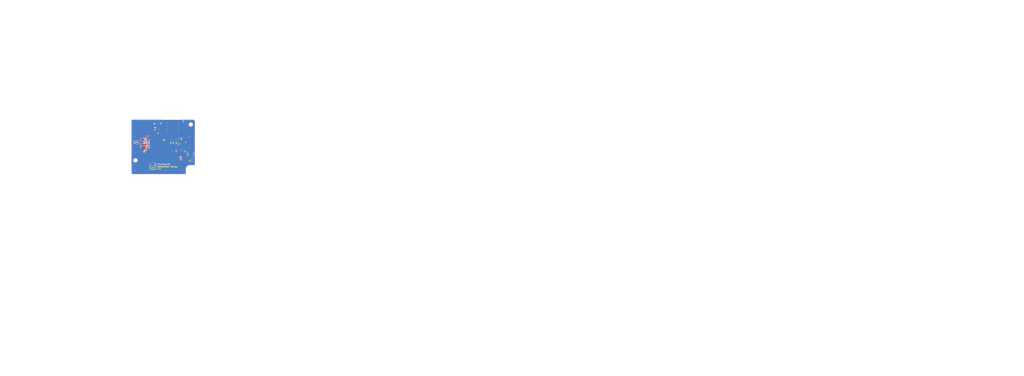
<source format=kicad_pcb>
(kicad_pcb (version 20221018) (generator pcbnew)
  (title_block (title "Noisemeter Device") (date "2024-02-07") (rev "2") (company "Civic Tech Toronto") (comment 1 "Drawn by Clyne Sullivan") (comment 2 "Released under the CERN Open Hardware License Version 2 - Strongly Reciprocal"))
  (layers (0 "F.Cu" signal) (31 "B.Cu" signal) (34 "B.Paste" user) (35 "F.Paste" user) (36 "B.SilkS" user "B.Silkscreen") (37 "F.SilkS" user "F.Silkscreen") (38 "B.Mask" user) (39 "F.Mask" user) (44 "Edge.Cuts" user))
  (net 0 "")
  (net 1 "VBUS")
  (net 2 "GND")
  (net 3 "+3V3")
  (net 4 "USB_D_N")
  (net 5 "USB_D_P")
  (net 6 "MIC_WS")
  (net 7 "Net-(U2-IO9)")
  (net 8 "MIC_BCLK")
  (net 9 "Net-(MK1-DATA_OUT)")
  (net 10 "MIC_DATA_OUT")
  (net 13 "Net-(U2-EN)")
  (net 14 "STAT_LED")
  (net 15 "Net-(D1-K)")
  (net 18 "FACT_RESET")
  (net 23 "Net-(U2-IO4)")
  (net 24 "IO2")
  (net 25 "IO8")
  (net 39 "Net-(U2-IO5)")
  (footprint "MountingHole:MountingHole_2.5mm" (layer "F.Cu") (at 133 104.5)
    (fp_text reference "H1" hide)
    (fp_text value "MountingHole_Pad")
  )
  (footprint "Button_Switch_SMD:SW_SPST_EVQP7A" (layer "F.Cu") (at 171.72 100.2 90)
    (fp_text reference "SW1")
    (fp_text value "SW_Push")
  )
  (footprint "Capacitor_SMD:C_0603_1608Metric" (layer "F.Cu") (at 164.495 93.025 90)
    (fp_text reference "C2")
    (fp_text value "1U")
  )
  (footprint "Capacitor_SMD:C_0603_1608Metric" (layer "F.Cu") (at 139.75 94.25 -90)
    (fp_text reference "C6")
    (fp_text value "0.1U")
  )
  (footprint "Resistor_SMD:R_0603_1608Metric" (layer "F.Cu") (at 161.5 89.825 -90)
    (fp_text reference "R6")
    (fp_text value "10K")
  )
  (footprint "Capacitor_SMD:C_0603_1608Metric" (layer "F.Cu") (at 150 85.5 -90)
    (fp_text reference "C1")
    (fp_text value "1U")
  )
  (footprint "Connector_USB:USB_Micro-B_Molex_47346-0001" (layer "F.Cu") (at 171.25 92 90)
    (fp_text reference "J1")
    (fp_text value "USB_B_Micro")
  )
  (footprint "Resistor_SMD:R_0603_1608Metric" (layer "F.Cu") (at 159.5 89.825 90)
    (fp_text reference "R3")
    (fp_text value "51")
  )
  (footprint "Capacitor_SMD:C_0603_1608Metric" (layer "F.Cu") (at 138.25 94.25 -90)
    (fp_text reference "C7")
    (fp_text value "200P")
  )
  (footprint "MountingHole:MountingHole_2.5mm" (layer "F.Cu") (at 171.5 79.5)
    (fp_text reference "H2" hide)
    (fp_text value "MountingHole_Pad")
  )
  (footprint "Resistor_SMD:R_0603_1608Metric" (layer "F.Cu") (at 139 92)
    (fp_text reference "R10")
    (fp_text value "51")
  )
  (footprint "Capacitor_SMD:C_0603_1608Metric" (layer "F.Cu") (at 166.25 98.25 90)
    (fp_text reference "C3")
    (fp_text value "1U")
  )
  (footprint "Resistor_SMD:R_0603_1608Metric" (layer "F.Cu") (at 149.25 83.25 180)
    (fp_text reference "R4")
    (fp_text value "10K")
  )
  (footprint "Capacitor_SMD:C_0603_1608Metric" (layer "F.Cu") (at 147.5 79 90)
    (fp_text reference "C5")
    (fp_text value "0.1U")
  )
  (footprint "LED_SMD:LED_0603_1608Metric" (layer "F.Cu") (at 172.47 104.7 -90)
    (fp_text reference "D1")
    (fp_text value "LED")
  )
  (footprint "noisemeter:MIC_SPH0645LM4H-B" (layer "F.Cu") (at 134.25 92 -90)
    (fp_text reference "MK1")
    (fp_text value "SPH0645LM4H-B")
  )
  (footprint "Capacitor_SMD:C_0805_2012Metric" (layer "F.Cu") (at 149.25 78.75 90)
    (fp_text reference "C4")
    (fp_text value "10U")
  )
  (footprint "Resistor_SMD:R_0603_1608Metric" (layer "F.Cu") (at 157.75 89.825 90)
    (fp_text reference "R2")
    (fp_text value "51")
  )
  (footprint "TestPoint:TestPoint_Pad_D1.5mm" (layer "F.Cu") (at 163.5 89.5)
    (fp_text reference "TP1")
    (fp_text value "TestPoint")
  )
  (footprint "Resistor_SMD:R_0603_1608Metric" (layer "F.Cu") (at 149.25 81.75 180)
    (fp_text reference "R5")
    (fp_text value "10K")
  )
  (footprint "Package_TO_SOT_SMD:SOT-23-5" (layer "F.Cu") (at 163.47 97.7 -90)
    (fp_text reference "U1")
    (fp_text value "AP2112K-3.3")
  )
  (footprint "Resistor_SMD:R_0603_1608Metric" (layer "F.Cu") (at 152.75 89 180)
    (fp_text reference "R8")
    (fp_text value "51")
  )
  (footprint "noisemeter:XCVR_ESP32-C3-MINI-1-N4" (layer "F.Cu") (at 158.75 79.3)
    (fp_text reference "U2")
    (fp_text value "ESP32-C3-MINI-1-N4")
  )
  (gr_circle locked (center 134.25 92) (end 133 92) (stroke (width 0.25)) (fill none) (layer "B.SilkS"))
  (gr_poly (pts (xy 146.062043 109.590223) (xy 146.090097 109.594639) (xy 146.120052 109.601705) (xy 146.151265 109.611252) (xy 146.183089 109.623109) (xy 146.214881 109.637108) (xy 146.245994 109.653079) (xy 146.275785 109.670852) (xy 146.303607 109.690258) (xy 146.328817 109.711128) (xy 146.340241 109.722059) (xy 146.350769 109.733292) (xy 146.358245 109.741408) (xy 146.364803 109.74888) (xy 146.370452 109.755789) (xy 146.372938 109.759059) (xy 146.375199 109.762219) (xy 146.377237 109.76528) (xy 146.379053 109.768252) (xy 146.380648 109.771146) (xy 146.382023 109.773971) (xy 146.383179 109.776738) (xy 146.384116 109.779458) (xy 146.384837 109.782141) (xy 146.385341 109.784797) (xy 146.385631 109.787436) (xy 146.385707 109.790069) (xy 146.385569 109.792707) (xy 146.38522 109.795358) (xy 146.38466 109.798035) (xy 146.38389 109.800746) (xy 146.382912 109.803504) (xy 146.381725 109.806316) (xy 146.380332 109.809196) (xy 146.378734 109.812151) (xy 146.37693 109.815194) (xy 146.374923 109.818333) (xy 146.370303 109.824945) (xy 146.36488 109.832069) (xy 146.353694 109.842935) (xy 146.338494 109.855226) (xy 146.319829 109.86865) (xy 146.298249 109.882913) (xy 146.274305 109.897722) (xy 146.248546 109.912784) (xy 146.221522 109.927804) (xy 146.193783 109.942489) (xy 146.165878 109.956545) (xy 146.138358 109.96968) (xy 146.111772 109.981599) (xy 146.086671 109.99201) (xy 146.063603 110.000618) (xy 146.043119 110.00713) (xy 146.025769 110.011252) (xy 146.012103 110.012691) (xy 146.005263 110.012374) (xy 145.999028 110.011444) (xy 145.99339 110.009933) (xy 145.98834 110.007874) (xy 145.98387 110.005297) (xy 145.979974 110.002236) (xy 145.976643 109.998722) (xy 145.97387 109.994788) (xy 145.971647 109.990465) (xy 145.969966 109.985785) (xy 145.968819 109.980781) (xy 145.968198 109.975484) (xy 145.968097 109.969927) (xy 145.968506 109.964142) (xy 145.969419 109.95816) (xy 145.970828 109.952014) (xy 145.972724 109.945735) (xy 145.9751 109.939356) (xy 145.977949 109.932909) (xy 145.981262 109.926426) (xy 145.985032 109.919939) (xy 145.989251 109.91348) (xy 145.993912 109.90708) (xy 145.999006 109.900773) (xy 146.004526 109.894589) (xy 146.010463 109.888562) (xy 146.016812 109.882723) (xy 146.023562 109.877104) (xy 146.030708 109.871737) (xy 146.038241 109.866654) (xy 146.046152 109.861887) (xy 146.054436 109.857469) (xy 146.063293 109.852679) (xy 146.071849 109.847851) (xy 146.080065 109.843014) (xy 146.087906 109.838199) (xy 146.095332 109.833433) (xy 146.102309 109.828746) (xy 146.108797 109.824166) (xy 146.114761 109.819722) (xy 146.120162 109.815444) (xy 146.124964 109.81136) (xy 146.129129 109.8075) (xy 146.13262 109.803891) (xy 146.134101 109.802191) (xy 146.1354 109.800564) (xy 146.136512 109.799015) (xy 146.137432 109.797547) (xy 146.138156 109.796163) (xy 146.138679 109.794868) (xy 146.138996 109.793665) (xy 146.139102 109.792558) (xy 146.138996 109.791435) (xy 146.138679 109.790184) (xy 146.137432 109.787327) (xy 146.1354 109.784031) (xy 146.13262 109.780343) (xy 146.129129 109.776308) (xy 146.124964 109.77197) (xy 146.120162 109.767377) (xy 146.114761 109.762572) (xy 146.108797 109.757602) (xy 146.102309 109.752512) (xy 146.095332 109.747348) (xy 146.087906 109.742155) (xy 146.080065 109.736978) (xy 146.071849 109.731864) (xy 146.063293 109.726857) (xy 146.054436 109.722002) (xy 146.046044 109.716554) (xy 146.037833 109.710824) (xy 146.029855 109.704862) (xy 146.022157 109.698719) (xy 146.01479 109.692443) (xy 146.007803 109.686085) (xy 146.001246 109.679694) (xy 145.995169 109.673319) (xy 145.989621 109.66701) (xy 145.984652 109.660818) (xy 145.980311 109.65479) (xy 145.976648 109.648977) (xy 145.975087 109.646167) (xy 145.973713 109.643429) (xy 145.972534 109.64077) (xy 145.971555 109.638196) (xy 145.970783 109.635712) (xy 145.970224 109.633326) (xy 145.969884 109.631043) (xy 145.969769 109.628869) (xy 145.970558 109.620878) (xy 145.97287 109.613826) (xy 145.976625 109.60769) (xy 145.981742 109.602449) (xy 145.98814 109.598083) (xy 145.99574 109.59457) (xy 146.00446 109.59189) (xy 146.014219 109.590019) (xy 146.024938 109.588939) (xy 146.036535 109.588627)) (fill solid) (layer "F.SilkS"))
  (gr_poly (pts (xy 145.87582 109.32221) (xy 145.879473 109.322612) (xy 145.882986 109.323363) (xy 145.88635 109.324463) (xy 145.889556 109.325906) (xy 145.892598 109.32769) (xy 145.895465 109.329813) (xy 145.898151 109.33227) (xy 145.900647 109.335059) (xy 145.902944 109.338177) (xy 145.905035 109.34162) (xy 145.90691 109.345385) (xy 145.908562 109.349471) (xy 145.909983 109.353872) (xy 145.911164 109.358586) (xy 145.912097 109.363611) (xy 145.912774 109.368942) (xy 145.913186 109.374578) (xy 145.913325 109.380514) (xy 145.910678 109.396449) (xy 145.903127 109.421215) (xy 145.891261 109.453588) (xy 145.875666 109.492344) (xy 145.835636 109.58411) (xy 145.787736 109.686725) (xy 145.73666 109.790397) (xy 145.687106 109.885338) (xy 145.643769 109.961759) (xy 145.6259 109.989964) (xy 145.611347 110.009869) (xy 145.606033 110.016004) (xy 145.600682 110.021711) (xy 145.595309 110.026991) (xy 145.589927 110.031846) (xy 145.584548 110.036277) (xy 145.579188 110.040286) (xy 145.573858 110.043874) (xy 145.568573 110.047043) (xy 145.563345 110.049795) (xy 145.558189 110.05213) (xy 145.553118 110.054051) (xy 145.548145 110.055559) (xy 145.543283 110.056656) (xy 145.538547 110.057343) (xy 145.533949 110.057622) (xy 145.529502 110.057494) (xy 145.525222 110.056961) (xy 145.52112 110.056025) (xy 145.51721 110.054686) (xy 145.513506 110.052947) (xy 145.510021 110.050809) (xy 145.506769 110.048273) (xy 145.503763 110.045342) (xy 145.501016 110.042016) (xy 145.498542 110.038298) (xy 145.496354 110.034188) (xy 145.494466 110.029689) (xy 145.492891 110.024802) (xy 145.491642 110.019528) (xy 145.490734 110.013869) (xy 145.490179 110.007827) (xy 145.489991 110.001403) (xy 145.493016 109.985897) (xy 145.501622 109.960436) (xy 145.532766 109.885339) (xy 145.5778 109.787487) (xy 145.631103 109.678258) (xy 145.687051 109.569029) (xy 145.740023 109.471177) (xy 145.784396 109.39608) (xy 145.8016 109.370619) (xy 145.814547 109.355114) (xy 145.8193 109.350284) (xy 145.824028 109.345849) (xy 145.828723 109.341804) (xy 145.833377 109.338147) (xy 145.837981 109.334874) (xy 145.842527 109.331983) (xy 145.847007 109.32947) (xy 145.851412 109.327332) (xy 145.855735 109.325566) (xy 145.859967 109.32417) (xy 145.8641 109.323139) (xy 145.868125 109.322471) (xy 145.872035 109.322162)) (fill solid) (layer "F.SilkS"))
  (gr_poly (pts (xy 145.168203 105.901772) (xy 145.36158 105.907769) (xy 145.554428 105.918529) (xy 145.733849 105.933522) (xy 145.886944 105.952219) (xy 145.949588 105.962792) (xy 146.000814 105.974091) (xy 146.053505 105.988833) (xy 146.109607 106.006431) (xy 146.168562 106.026634) (xy 146.22981 106.049189) (xy 146.356959 106.100347) (xy 146.486589 106.157889) (xy 146.614234 106.219796) (xy 146.735429 106.284051) (xy 146.792214 106.316429) (xy 146.845711 106.348637) (xy 146.895364 106.380423) (xy 146.940614 106.411536) (xy 147.02175 106.472056) (xy 147.101018 106.537053) (xy 147.178268 106.606309) (xy 147.253351 106.679603) (xy 147.32612 106.756717) (xy 147.396425 106.837432) (xy 147.464117 106.921529) (xy 147.529047 107.008789) (xy 147.591067 107.098992) (xy 147.650028 107.191919) (xy 147.70578 107.287351) (xy 147.758176 107.38507) (xy 147.807066 107.484856) (xy 147.852302 107.58649) (xy 147.893734 107.689752) (xy 147.931214 107.794425) (xy 147.952882 107.861971) (xy 147.969622 107.9231) (xy 147.976341 107.953388) (xy 147.982063 107.984627) (xy 147.986868 108.017668) (xy 147.990833 108.053364) (xy 147.99656 108.136123) (xy 147.999873 108.239718) (xy 148.0014 108.370963) (xy 148.001769 108.536669) (xy 148 108.75) (xy 147.997434 108.84297) (xy 147.993435 108.928341) (xy 147.987765 109.007262) (xy 147.980189 109.080884) (xy 147.970472 109.150355) (xy 147.958377 109.216825) (xy 147.94367 109.281442) (xy 147.926115 109.345357) (xy 147.905475 109.409718) (xy 147.881516 109.475675) (xy 147.854001 109.544377) (xy 147.822696 109.616974) (xy 147.787363 109.694614) (xy 147.747769 109.778447) (xy 147.71366 109.84924) (xy 147.679027 109.917755) (xy 147.643806 109.984096) (xy 147.607937 110.048366) (xy 147.571356 110.110668) (xy 147.534002 110.171105) (xy 147.495813 110.229781) (xy 147.456727 110.2868) (xy 147.416682 110.342264) (xy 147.375616 110.396277) (xy 147.333467 110.448942) (xy 147.290172 110.500362) (xy 147.24567 110.550642) (xy 147.1999 110.599884) (xy 147.152797 110.648192) (xy 147.104302 110.695669) (xy 147.014217 110.778398) (xy 146.92271 110.856249) (xy 146.829615 110.929304) (xy 146.734768 110.997647) (xy 146.638002 111.061359) (xy 146.539152 111.120524) (xy 146.438054 111.175224) (xy 146.334541 111.225541) (xy 146.228449 111.271559) (xy 146.119612 111.313361) (xy 146.007864 111.351028) (xy 145.89304 111.384644) (xy 145.774975 111.414291) (xy 145.653504 111.440052) (xy 145.528461 111.46201) (xy 145.39968 111.480247) (xy 145.31556 111.488169) (xy 145.227574 111.491894) (xy 145.136224 111.491527) (xy 145.042008 111.48717) (xy 144.945427 111.478927) (xy 144.846982 111.466902) (xy 144.747173 111.451197) (xy 144.6465 111.431916) (xy 144.545463 111.409163) (xy 144.444562 111.38304) (xy 144.344298 111.353651) (xy 144.245171 111.3211) (xy 144.147681 111.285489) (xy 144.052329 111.246923) (xy 143.959613 111.205504) (xy 143.870036 111.161336) (xy 144.304658 111.161336) (xy 144.306873 111.170856) (xy 144.313378 111.180349) (xy 144.323969 111.189785) (xy 144.338437 111.199138) (xy 144.378179 111.217481) (xy 144.430953 111.235154) (xy 144.495103 111.251935) (xy 144.568977 111.267599) (xy 144.650921 111.281923) (xy 144.73928 111.294685) (xy 144.928634 111.314628) (xy 145.02632 111.321363) (xy 145.123808 111.325642) (xy 145.219444 111.327242) (xy 145.311574 111.325939) (xy 145.398545 111.321512) (xy 145.478703 111.313736) (xy 145.537386 111.306324) (xy 145.591773 111.298891) (xy 145.641936 111.291418) (xy 145.687944 111.283882) (xy 145.729867 111.276263) (xy 145.767776 111.268542) (xy 145.801741 111.260696) (xy 145.817267 111.25672) (xy 145.831833 111.252705) (xy 145.845448 111.248649) (xy 145.858121 111.244549) (xy 145.869861 111.240403) (xy 145.880676 111.236207) (xy 145.890576 111.23196) (xy 145.899568 111.227659) (xy 145.907663 111.2233) (xy 145.914868 111.218882) (xy 145.921193 111.214403) (xy 145.926645 111.209858) (xy 145.931235 111.205247) (xy 145.934971 111.200566) (xy 145.937861 111.195812) (xy 145.939915 111.190983) (xy 145.94114 111.186077) (xy 145.941547 111.181091) (xy 145.940771 111.175483) (xy 145.938485 111.169269) (xy 145.929624 111.155173) (xy 145.915446 111.139109) (xy 145.896435 111.121383) (xy 145.873076 111.102302) (xy 145.84585 111.08217) (xy 145.815243 111.061294) (xy 145.781739 111.03998) (xy 145.745819 111.018534) (xy 145.707969 110.997261) (xy 145.668673 110.976468) (xy 145.628413 110.95646) (xy 145.587673 110.937544) (xy 145.546938 110.920025) (xy 145.50669 110.904209) (xy 145.467414 110.890403) (xy 145.42672 110.877503) (xy 145.38515 110.86632) (xy 145.34282 110.856848) (xy 145.299844 110.849083) (xy 145.25634 110.843022) (xy 145.212421 110.83866) (xy 145.168206 110.835993) (xy 145.123808 110.835016) (xy 145.079344 110.835727) (xy 145.03493 110.83812) (xy 144.990681 110.842191) (xy 144.946714 110.847937) (xy 144.903143 110.855353) (xy 144.860085 110.864435) (xy 144.817655 110.875179) (xy 144.775969 110.88758) (xy 144.73905 110.899863) (xy 144.700618 110.914276) (xy 144.66121 110.930499) (xy 144.621365 110.948214) (xy 144.581618 110.967103) (xy 144.542508 110.986849) (xy 144.504572 111.007131) (xy 144.468347 111.027633) (xy 144.434372 111.048036) (xy 144.403182 111.06802) (xy 144.375317 111.08727) (xy 144.351313 111.105465) (xy 144.331708 111.122287) (xy 144.323723 111.130084) (xy 144.317039 111.137419) (xy 144.311723 111.144251) (xy 144.307843 111.150541) (xy 144.305466 111.156249) (xy 144.304658 111.161336) (xy 143.870036 111.161336) (xy 143.733843 111.086831) (xy 143.602686 111.006362) (xy 143.47677 110.920178) (xy 143.471018 110.915802) (xy 143.711992 110.915802) (xy 143.881325 111.000469) (xy 143.948617 111.032748) (xy 143.979254 111.047102) (xy 144.006914 111.059736) (xy 144.03087 111.070253) (xy 144.050394 111.078257) (xy 144.058266 111.081192) (xy 144.064758 111.08335) (xy 144.069779 111.084681) (xy 144.073236 111.085136) (xy 144.076856 111.084453) (xy 144.082348 111.082451) (xy 144.098504 111.074773) (xy 144.120811 111.062663) (xy 144.148378 111.046683) (xy 144.18031 111.027396) (xy 144.215714 111.005364) (xy 144.253698 110.981149) (xy 144.293369 110.955313) (xy 144.334699 110.928585) (xy 144.377419 110.901823) (xy 144.42027 110.87579) (xy 144.461997 110.851244) (xy 144.501343 110.828947) (xy 144.537051 110.80966) (xy 144.567864 110.794144) (xy 144.581042 110.788037) (xy 144.592525 110.783158) (xy 144.699769 110.740825) (xy 144.694125 109.806669) (xy 144.685658 108.875336) (xy 144.507858 108.838647) (xy 144.463155 108.82853) (xy 144.419046 108.817243) (xy 144.3756 108.804807) (xy 144.332881 108.791242) (xy 144.290955 108.77657) (xy 144.24989 108.76081) (xy 144.20975 108.743983) (xy 144.170603 108.726111) (xy 144.132514 108.707213) (xy 144.095549 108.687311) (xy 144.059775 108.666425) (xy 144.025258 108.644575) (xy 143.992064 108.621783) (xy 143.960259 108.598069) (xy 143.929909 108.573454) (xy 143.90108 108.547958) (xy 143.888361 108.535962) (xy 143.875653 108.52435) (xy 143.863036 108.513176) (xy 143.850589 108.502494) (xy 143.83839 108.492358) (xy 143.826518 108.482821) (xy 143.81505 108.473937) (xy 143.804067 108.465761) (xy 143.793645 108.458345) (xy 143.783865 108.451743) (xy 143.774803 108.44601) (xy 143.76654 108.441199) (xy 143.759153 108.437363) (xy 143.752721 108.434557) (xy 143.749888 108.433556) (xy 143.747323 108.432833) (xy 143.745035 108.432395) (xy 143.743036 108.432247) (xy 143.738967 108.436209) (xy 143.73522 108.448332) (xy 143.72866 108.498481) (xy 143.723292 108.58554) (xy 143.719047 108.712353) (xy 143.713667 109.096616) (xy 143.711992 109.674025) (xy 143.711992 110.915802) (xy 143.471018 110.915802) (xy 143.356304 110.828534) (xy 143.241492 110.731681) (xy 143.132543 110.629871) (xy 143.029663 110.523356) (xy 142.933058 110.412389) (xy 142.842936 110.297221) (xy 142.759503 110.178106) (xy 142.682965 110.055294) (xy 142.61353 109.929039) (xy 142.551404 109.799592) (xy 142.496794 109.667206) (xy 142.449906 109.532133) (xy 142.410947 109.394625) (xy 142.393959 109.322085) (xy 142.380873 109.25563) (xy 142.371359 109.190234) (xy 142.365086 109.120869) (xy 142.361724 109.042508) (xy 142.360941 108.950125) (xy 142.362407 108.838691) (xy 142.363395 108.799136) (xy 142.512547 108.799136) (xy 142.513672 108.974494) (xy 142.515449 109.049359) (xy 142.518368 109.117209) (xy 142.522676 109.179188) (xy 142.528621 109.236442) (xy 142.536451 109.290116) (xy 142.546414 109.341355) (xy 142.558758 109.391304) (xy 142.573732 109.441109) (xy 142.591583 109.491914) (xy 142.61256 109.544864) (xy 142.63691 109.601105) (xy 142.664881 109.661782) (xy 142.732681 109.801025) (xy 142.768307 109.870856) (xy 142.806025 109.940179) (xy 142.845281 110.008286) (xy 142.885522 110.074471) (xy 142.926192 110.138027) (xy 142.966738 110.198247) (xy 143.006606 110.254423) (xy 143.045242 110.30585) (xy 143.082092 110.351819) (xy 143.116602 110.391624) (xy 143.148218 110.424559) (xy 143.162768 110.438228) (xy 143.176387 110.449915) (xy 143.189005 110.459531) (xy 143.200553 110.466987) (xy 143.210963 110.472195) (xy 143.220164 110.475067) (xy 143.228088 110.475514) (xy 143.234665 110.473449) (xy 143.239827 110.468782) (xy 143.243503 110.461425) (xy 143.246788 110.4279) (xy 143.250206 110.347742) (xy 143.256908 110.06843) (xy 143.262553 109.665293) (xy 143.264931 109.33818) (xy 143.429769 109.33818) (xy 143.42999 109.775933) (xy 143.430365 109.955122) (xy 143.431004 110.110234) (xy 143.431974 110.243055) (xy 143.433341 110.355371) (xy 143.434194 110.404397) (xy 143.435171 110.448967) (xy 143.436281 110.489304) (xy 143.437531 110.52563) (xy 143.438929 110.55817) (xy 143.440485 110.587146) (xy 143.442206 110.612781) (xy 143.444101 110.6353) (xy 143.446178 110.654925) (xy 143.448445 110.671879) (xy 143.45091 110.686385) (xy 143.453582 110.698668) (xy 143.454998 110.704045) (xy 143.456469 110.708949) (xy 143.457996 110.713409) (xy 143.459579 110.717453) (xy 143.461221 110.721108) (xy 143.462921 110.724402) (xy 143.464681 110.727364) (xy 143.466502 110.730021) (xy 143.468386 110.7324) (xy 143.470332 110.734531) (xy 143.472342 110.73644) (xy 143.474418 110.738157) (xy 143.478768 110.741121) (xy 143.483392 110.743647) (xy 143.488711 110.746657) (xy 143.494063 110.749341) (xy 143.499416 110.751702) (xy 143.504735 110.753745) (xy 143.509988 110.755474) (xy 143.515142 110.756893) (xy 143.520163 110.758005) (xy 143.525019 110.758816) (xy 143.529677 110.75933) (xy 143.534104 110.759549) (xy 143.538265 110.75948) (xy 143.542129 110.759125) (xy 143.545663 110.758489) (xy 143.547295 110.758067) (xy 143.548832 110.757576) (xy 143.55027 110.757017) (xy 143.551605 110.75639) (xy 143.552832 110.755697) (xy 143.553947 110.754936) (xy 143.561108 110.654956) (xy 143.565721 110.402246) (xy 143.567706 109.620402) (xy 143.560694 108.772942) (xy 143.554063 108.438211) (xy 143.545481 108.223403) (xy 143.542667 108.177321) (xy 143.54113 108.155822) (xy 143.539505 108.13534) (xy 143.537789 108.115867) (xy 143.53598 108.097395) (xy 143.534076 108.079914) (xy 143.532075 108.063418) (xy 143.529975 108.047897) (xy 143.527773 108.033344) (xy 143.525468 108.019749) (xy 143.523057 108.007106) (xy 143.520539 107.995405) (xy 143.517912 107.984638) (xy 143.515172 107.974798) (xy 143.512319 107.965875) (xy 143.509351 107.957861) (xy 143.506264 107.950749) (xy 143.503058 107.94453) (xy 143.49973 107.939196) (xy 143.496277 107.934738) (xy 143.494504 107.932835) (xy 143.492699 107.931148) (xy 143.490862 107.929676) (xy 143.488992 107.928418) (xy 143.48709 107.927373) (xy 143.485156 107.92654) (xy 143.483188 107.925918) (xy 143.481187 107.925505) (xy 143.479152 107.925301) (xy 143.477083 107.925305) (xy 143.47498 107.925516) (xy 143.472843 107.925932) (xy 143.470671 107.926553) (xy 143.468465 107.927378) (xy 143.466223 107.928405) (xy 143.463946 107.929634) (xy 143.459284 107.932692) (xy 143.454478 107.936543) (xy 143.449525 107.94118) (xy 143.445435 107.973426) (xy 143.441676 108.057862) (xy 143.435414 108.36028) (xy 143.431269 108.802399) (xy 143.429769 109.33818) (xy 143.264931 109.33818) (xy 143.266081 109.180136) (xy 143.268594 108.876951) (xy 143.271901 108.616265) (xy 143.276003 108.396655) (xy 143.280897 108.2167) (xy 143.286586 108.074977) (xy 143.293068 107.970064) (xy 143.296607 107.930967) (xy 143.300344 107.900539) (xy 143.30428 107.878603) (xy 143.308414 107.86498) (xy 143.312571 107.856191) (xy 143.3171 107.847817) (xy 143.321992 107.839858) (xy 143.327238 107.832315) (xy 143.332829 107.82519) (xy 143.338756 107.818484) (xy 143.345011 107.812197) (xy 143.351585 107.806331) (xy 143.358469 107.800887) (xy 143.365654 107.795865) (xy 143.373132 107.791267) (xy 143.380893 107.787094) (xy 143.388929 107.783346) (xy 143.397232 107.780026) (xy 143.405792 107.777133) (xy 143.4146 107.774669) (xy 143.423648 107.772635) (xy 143.432927 107.771032) (xy 143.452143 107.769124) (xy 143.472178 107.768952) (xy 143.492961 107.770524) (xy 143.514422 107.773849) (xy 143.53649 107.778935) (xy 143.559096 107.785791) (xy 143.58217 107.794425) (xy 143.596808 107.800737) (xy 143.610116 107.807092) (xy 143.622217 107.813661) (xy 143.633234 107.820618) (xy 143.643292 107.828138) (xy 143.652516 107.836394) (xy 143.661028 107.845559) (xy 143.668953 107.855808) (xy 143.676415 107.867313) (xy 143.683538 107.880249) (xy 143.690446 107.894789) (xy 143.697263 107.911106) (xy 143.704113 107.929375) (xy 143.711121 107.949768) (xy 143.718409 107.97246) (xy 143.726103 107.997625) (xy 143.749069 108.069173) (xy 143.77569 108.136757) (xy 143.806048 108.200447) (xy 143.840226 108.260312) (xy 143.878307 108.316424) (xy 143.920373 108.368852) (xy 143.966507 108.417667) (xy 144.016792 108.462939) (xy 144.07131 108.504738) (xy 144.130144 108.543135) (xy 144.193376 108.5782) (xy 144.26109 108.610003) (xy 144.333368 108.638614) (xy 144.410293 108.664105) (xy 144.491947 108.686544) (xy 144.578414 108.706003) (xy 144.623481 108.714938) (xy 144.666961 108.724567) (xy 144.707795 108.734528) (xy 144.744925 108.744455) (xy 144.777292 108.753986) (xy 144.791359 108.758489) (xy 144.803839 108.762756) (xy 144.814599 108.766742) (xy 144.823506 108.770401) (xy 144.830429 108.773688) (xy 144.835236 108.776558) (xy 144.839802 108.783241) (xy 144.843984 108.795095) (xy 144.851243 108.835957) (xy 144.857114 108.902417) (xy 144.861694 108.99775) (xy 144.867383 109.28813) (xy 144.869103 109.733292) (xy 144.869621 109.947543) (xy 144.871131 110.134973) (xy 144.873567 110.295217) (xy 144.876864 110.427911) (xy 144.880954 110.532691) (xy 144.885771 110.609194) (xy 144.888432 110.636728) (xy 144.89125 110.657056) (xy 144.894217 110.670133) (xy 144.895754 110.673938) (xy 144.897325 110.675913) (xy 144.901049 110.677898) (xy 144.905819 110.679618) (xy 144.911557 110.681073) (xy 144.918183 110.682263) (xy 144.925619 110.683189) (xy 144.933788 110.683851) (xy 144.942609 110.684248) (xy 144.952005 110.68438) (xy 144.961898 110.684248) (xy 144.972207 110.683851) (xy 144.993765 110.682263) (xy 145.004857 110.681073) (xy 145.016051 110.679618) (xy 145.02727 110.677898) (xy 145.038436 110.675913) (xy 145.070689 110.670269) (xy 145.334769 110.670269) (xy 145.47588 110.718247) (xy 145.514933 110.731902) (xy 145.553745 110.746397) (xy 145.592276 110.761711) (xy 145.630485 110.777822) (xy 145.66833 110.794711) (xy 145.70577 110.812356) (xy 145.742764 110.830737) (xy 145.779269 110.849833) (xy 145.815246 110.869624) (xy 145.850652 110.890088) (xy 145.885446 110.911206) (xy 145.919587 110.932956) (xy 145.953033 110.955318) (xy 145.985743 110.978271) (xy 146.017677 111.001795) (xy 146.048791 111.025869) (xy 146.192725 111.14158) (xy 146.322547 111.079491) (xy 146.449547 111.017403) (xy 146.449547 109.301491) (xy 146.449072 108.975172) (xy 146.618528 108.975172) (xy 146.629067 110.25968) (xy 146.638322 110.682776) (xy 146.649925 110.848069) (xy 146.651635 110.848756) (xy 146.653585 110.849231) (xy 146.658171 110.849557) (xy 146.663617 110.849074) (xy 146.669857 110.847804) (xy 146.676824 110.845775) (xy 146.684453 110.843009) (xy 146.692677 110.839532) (xy 146.70143 110.835369) (xy 146.710647 110.830544) (xy 146.72026 110.825083) (xy 146.730204 110.81901) (xy 146.740412 110.81235) (xy 146.750819 110.805128) (xy 146.761358 110.797368) (xy 146.771964 110.789096) (xy 146.782569 110.780336) (xy 146.886991 110.698491) (xy 146.886991 108.83018) (xy 146.886771 108.227878) (xy 146.886396 107.982331) (xy 146.885757 107.770436) (xy 146.884787 107.589629) (xy 146.88342 107.437348) (xy 146.882567 107.371103) (xy 146.88159 107.311028) (xy 146.88048 107.256804) (xy 146.87923 107.208108) (xy 146.877832 107.164622) (xy 146.876276 107.126024) (xy 146.874555 107.091994) (xy 146.87266 107.062213) (xy 146.870583 107.036358) (xy 146.868316 107.014111) (xy 146.865851 106.99515) (xy 146.863179 106.979155) (xy 146.860292 106.965807) (xy 146.858765 106.960024) (xy 146.857182 106.954783) (xy 146.85554 106.950044) (xy 146.85384 106.945765) (xy 146.85208 106.941908) (xy 146.850259 106.938432) (xy 146.848375 106.935296) (xy 146.846429 106.932462) (xy 146.844419 106.929889) (xy 146.842343 106.927537) (xy 146.837993 106.923335) (xy 146.833369 106.919536) (xy 146.827554 106.915403) (xy 146.821772 106.911477) (xy 146.816056 106.907766) (xy 146.810439 106.904278) (xy 146.804954 106.901022) (xy 146.799635 106.898005) (xy 146.794514 106.895237) (xy 146.789625 106.892725) (xy 146.785 106.890477) (xy 146.780673 106.888502) (xy 146.776677 106.886809) (xy 146.773044 106.885405) (xy 146.769809 106.884298) (xy 146.767003 106.883497) (xy 146.76466 106.883011) (xy 146.762814 106.882847) (xy 146.747125 106.886565) (xy 146.732816 106.890366) (xy 146.719815 106.894332) (xy 146.708045 106.898546) (xy 146.702599 106.900772) (xy 146.697433 106.90309) (xy 146.692537 106.905513) (xy 146.687903 106.908049) (xy 146.683522 106.910709) (xy 146.679383 106.913503) (xy 146.675478 106.916442) (xy 146.671797 106.919536) (xy 146.668331 106.922795) (xy 146.665071 106.926231) (xy 146.662007 106.929852) (xy 146.65913 106.933669) (xy 146.656431 106.937693) (xy 146.6539 106.941935) (xy 146.651529 106.946403) (xy 146.649307 106.95111) (xy 146.647226 106.956064) (xy 146.645277 106.961277) (xy 146.641734 106.972519) (xy 146.638604 106.984918) (xy 146.635814 106.998558) (xy 146.626118 107.209227) (xy 146.620159 107.664735) (xy 146.618528 108.975172) (xy 146.449072 108.975172) (xy 146.447783 108.090405) (xy 146.445975 107.722326) (xy 146.443902 107.588402) (xy 146.441868 107.589476) (xy 146.437944 107.592625) (xy 146.424808 107.604718) (xy 146.38005 107.64908) (xy 146.23788 107.794425) (xy 146.196337 107.836262) (xy 146.154244 107.876049) (xy 146.111581 107.913785) (xy 146.068326 107.949471) (xy 146.02446 107.983106) (xy 145.979961 108.01469) (xy 145.934809 108.044225) (xy 145.888983 108.071708) (xy 145.842463 108.097141) (xy 145.795227 108.120524) (xy 145.747255 108.141856) (xy 145.698527 108.161137) (xy 145.649022 108.178368) (xy 145.598719 108.193549) (xy 145.547597 108.206679) (xy 145.495636 108.217758) (xy 145.334769 108.251625) (xy 145.334769 110.670269) (xy 145.070689 110.670269) (xy 145.151325 110.656158) (xy 145.151325 109.425669) (xy 145.153309 108.943069) (xy 145.158733 108.543019) (xy 145.162487 108.386849) (xy 145.166803 108.266794) (xy 145.171582 108.188014) (xy 145.174114 108.165715) (xy 145.176725 108.155669) (xy 145.179912 108.151309) (xy 145.185158 108.146717) (xy 145.192339 108.141927) (xy 145.201331 108.136972) (xy 145.212009 108.131884) (xy 145.224251 108.126697) (xy 145.252925 108.116158) (xy 145.286362 108.105619) (xy 145.323569 108.095344) (xy 145.363554 108.085599) (xy 145.405325 108.076647) (xy 145.457767 108.066053) (xy 145.508286 108.054339) (xy 145.557012 108.041443) (xy 145.604071 108.027302) (xy 145.649592 108.011855) (xy 145.693704 107.99504) (xy 145.736534 107.976794) (xy 145.778211 107.957055) (xy 145.818862 107.935763) (xy 145.858617 107.912853) (xy 145.897602 107.888266) (xy 145.935947 107.861938) (xy 145.973779 107.833807) (xy 146.011226 107.803812) (xy 146.048417 107.77189) (xy 146.085481 107.73798) (xy 146.120729 107.702937) (xy 146.154482 107.666659) (xy 146.186696 107.62923) (xy 146.217331 107.59074) (xy 146.246346 107.551273) (xy 146.273698 107.510918) (xy 146.299348 107.469761) (xy 146.323253 107.427889) (xy 146.345372 107.385388) (xy 146.365663 107.342346) (xy 146.384086 107.298848) (xy 146.400599 107.254983) (xy 146.415161 107.210837) (xy 146.42773 107.166497) (xy 146.438265 107.122049) (xy 146.446725 107.07758) (xy 146.452254 107.045704) (xy 146.458146 107.014125) (xy 146.464237 106.98367) (xy 146.470361 106.955167) (xy 146.476353 106.929441) (xy 146.482047 106.907321) (xy 146.487278 106.889632) (xy 146.489668 106.882708) (xy 146.49188 106.877202) (xy 146.494164 106.872088) (xy 146.497281 106.866813) (xy 146.50119 106.861398) (xy 146.505848 106.855865) (xy 146.517243 106.844529) (xy 146.531127 106.832973) (xy 146.54716 106.821368) (xy 146.565004 106.809883) (xy 146.58432 106.798687) (xy 146.604769 106.78795) (xy 146.626012 106.777841) (xy 146.647709 106.768531) (xy 146.669522 106.760187) (xy 146.691111 106.752981) (xy 146.712139 106.747081) (xy 146.732265 106.742657) (xy 146.751151 106.739878) (xy 146.768458 106.738914) (xy 146.778407 106.739281) (xy 146.78865 106.740365) (xy 146.799152 106.742137) (xy 146.809876 106.744569) (xy 146.820786 106.747634) (xy 146.831846 106.751304) (xy 146.84302 106.75555) (xy 146.854271 106.760345) (xy 146.876861 106.77147) (xy 146.899328 106.784455) (xy 146.92138 106.799078) (xy 146.94273 106.815114) (xy 146.963088 106.832341) (xy 146.982164 106.850535) (xy 146.999669 106.869473) (xy 147.015314 106.888932) (xy 147.022349 106.898788) (xy 147.028809 106.908689) (xy 147.03466 106.91861) (xy 147.039866 106.928521) (xy 147.044388 106.938394) (xy 147.048193 106.948203) (xy 147.051243 106.957919) (xy 147.053503 106.967514) (xy 147.05972 107.136009) (xy 147.065144 107.530194) (xy 147.070436 108.759625) (xy 147.070739 109.235583) (xy 147.071803 109.617713) (xy 147.073859 109.915374) (xy 147.077138 110.137928) (xy 147.07931 110.223963) (xy 147.081873 110.294732) (xy 147.084859 110.351403) (xy 147.088295 110.395147) (xy 147.092211 110.427133) (xy 147.094358 110.439083) (xy 147.096635 110.448532) (xy 147.099047 110.455626) (xy 147.101597 110.460513) (xy 147.104288 110.463338) (xy 147.107125 110.464247) (xy 147.118752 110.461815) (xy 147.132377 110.45468) (xy 147.165074 110.427266) (xy 147.20413 110.383935) (xy 147.248456 110.326619) (xy 147.296967 110.257248) (xy 147.348574 110.177753) (xy 147.456727 109.996111) (xy 147.56422 109.797139) (xy 147.615 109.69598) (xy 147.662353 109.596281) (xy 147.705191 109.499972) (xy 147.742428 109.408984) (xy 147.772975 109.325247) (xy 147.795747 109.250691) (xy 147.80626 109.200293) (xy 147.815563 109.137091) (xy 147.830451 108.979538) (xy 147.840246 108.792549) (xy 147.844783 108.590644) (xy 147.843896 108.388343) (xy 147.837419 108.200163) (xy 147.825187 108.040625) (xy 147.816862 107.976134) (xy 147.807036 107.924247) (xy 147.79321 107.872448) (xy 147.775275 107.815977) (xy 147.753619 107.755588) (xy 147.728631 107.692031) (xy 147.700699 107.62606) (xy 147.670213 107.558427) (xy 147.637561 107.489885) (xy 147.60313 107.421186) (xy 147.567311 107.353082) (xy 147.530491 107.286326) (xy 147.493059 107.221669) (xy 147.455404 107.159866) (xy 147.417915 107.101667) (xy 147.380979 107.047826) (xy 147.344986 106.999094) (xy 147.310325 106.956225) (xy 147.265935 106.906207) (xy 147.219655 106.85678) (xy 147.171648 106.808073) (xy 147.122074 106.760213) (xy 147.071094 106.713328) (xy 147.01887 106.667548) (xy 146.965562 106.622999) (xy 146.911333 106.579811) (xy 146.856343 106.538111) (xy 146.800754 106.498027) (xy 146.744726 106.459688) (xy 146.688422 106.423222) (xy 146.632001 106.388756) (xy 146.575626 106.35642) (xy 146.519458 106.326341) (xy 146.463658 106.298647) (xy 146.348156 106.246094) (xy 146.29351 106.22308) (xy 146.240262 106.202074) (xy 146.187906 106.182954) (xy 146.135939 106.165595) (xy 146.083856 106.149873) (xy 146.031153 106.135664) (xy 145.977325 106.122844) (xy 145.921869 106.111289) (xy 145.864279 106.100875) (xy 145.804052 106.091478) (xy 145.673667 106.07524) (xy 145.52668 106.061581) (xy 145.3998 106.05228) (xy 145.281042 106.04565) (xy 145.169536 106.041848) (xy 145.064409 106.041031) (xy 144.964789 106.043356) (xy 144.869803 106.04898) (xy 144.778579 106.05806) (xy 144.690244 106.070753) (xy 144.603927 106.087216) (xy 144.518756 106.107607) (xy 144.433857 106.132082) (xy 144.348359 106.160799) (xy 144.261389 106.193915) (xy 144.172074 106.231586) (xy 144.079544 106.273971) (xy 143.982925 106.321225) (xy 143.8509 106.391114) (xy 143.725634 106.465472) (xy 143.606942 106.544535) (xy 143.494636 106.628538) (xy 143.388532 106.717717) (xy 143.288443 106.812308) (xy 143.194183 106.912546) (xy 143.105567 107.018667) (xy 143.022407 107.130906) (xy 142.944518 107.249499) (xy 142.871714 107.374682) (xy 142.803809 107.50669) (xy 142.740617 107.64576) (xy 142.681952 107.792126) (xy 142.627628 107.946025) (xy 142.577458 108.107692) (xy 142.558464 108.176759) (xy 142.543504 108.24113) (xy 142.532115 108.305633) (xy 142.523836 108.375097) (xy 142.518203 108.454351) (xy 142.514752 108.548223) (xy 142.513021 108.661541) (xy 142.512547 108.799136) (xy 142.363395 108.799136) (xy 142.365792 108.70318) (xy 142.371519 108.534536) (xy 142.375695 108.458451) (xy 142.380917 108.386959) (xy 142.387313 108.319386) (xy 142.395012 108.255059) (xy 142.40414 108.193303) (xy 142.414828 108.133444) (xy 142.427202 108.074809) (xy 142.441391 108.016724) (xy 142.457523 107.958515) (xy 142.475726 107.899509) (xy 142.496129 107.83903) (xy 142.518859 107.776406) (xy 142.571814 107.642025) (xy 142.645108 107.476901) (xy 142.729142 107.317321) (xy 142.823346 107.163735) (xy 142.927149 107.016594) (xy 143.039982 106.876349) (xy 143.161272 106.74345) (xy 143.290451 106.618349) (xy 143.426947 106.501494) (xy 143.57019 106.393338) (xy 143.719609 106.294331) (xy 143.874635 106.204923) (xy 144.034695 106.125566) (xy 144.19922 106.056708) (xy 144.36764 105.998803) (xy 144.539384 105.952299) (xy 144.71388 105.917647) (xy 144.767091 105.911088) (xy 144.831455 105.906182) (xy 144.987195 105.901067)) (fill solid) (layer "F.SilkS"))
  (gr_poly (pts (xy 144.439926 109.570805) (xy 144.446076 109.571371) (xy 144.451876 109.572358) (xy 144.457328 109.573764) (xy 144.462435 109.57559) (xy 144.4672 109.577835) (xy 144.471624 109.580499) (xy 144.475711 109.583581) (xy 144.479464 109.587081) (xy 144.482883 109.590997) (xy 144.485974 109.59533) (xy 144.488737 109.600079) (xy 144.491175 109.605243) (xy 144.493292 109.610823) (xy 144.495089 109.616817) (xy 144.496569 109.623225) (xy 144.497 109.626143) (xy 144.497233 109.629076) (xy 144.497271 109.632023) (xy 144.497115 109.634982) (xy 144.496767 109.637951) (xy 144.496228 109.640929) (xy 144.4955 109.643914) (xy 144.494585 109.646905) (xy 144.493483 109.6499) (xy 144.492198 109.652897) (xy 144.489078 109.658894) (xy 144.48524 109.664882) (xy 144.480694 109.67085) (xy 144.475454 109.676784) (xy 144.469532 109.682673) (xy 144.46294 109.688504) (xy 144.455691 109.694265) (xy 144.447797 109.699943) (xy 144.43927 109.705527) (xy 144.430124 109.711002) (xy 144.420369 109.716358) (xy 144.401021 109.726624) (xy 144.384248 109.736312) (xy 144.376826 109.740965) (xy 144.370047 109.745504) (xy 144.363909 109.749939) (xy 144.358413 109.754282) (xy 144.353557 109.758542) (xy 144.349342 109.762729) (xy 144.345766 109.766855) (xy 144.34283 109.770928) (xy 144.340532 109.774961) (xy 144.338873 109.778962) (xy 144.337851 109.782943) (xy 144.337467 109.786914) (xy 144.337719 109.790884) (xy 144.338607 109.794865) (xy 144.340131 109.798866) (xy 144.34229 109.802899) (xy 144.345083 109.806973) (xy 144.348511 109.811098) (xy 144.352572 109.815286) (xy 144.357266 109.819546) (xy 144.362593 109.823888) (xy 144.368552 109.828324) (xy 144.375142 109.832863) (xy 144.382363 109.837515) (xy 144.398696 109.847203) (xy 144.417547 109.857469) (xy 144.425807 109.861759) (xy 144.43365 109.866153) (xy 144.441075 109.870641) (xy 144.448079 109.875213) (xy 144.454659 109.879857) (xy 144.460813 109.884562) (xy 144.466537 109.889318) (xy 144.471831 109.894114) (xy 144.47669 109.898939) (xy 144.481113 109.903782) (xy 144.485096 109.908632) (xy 144.488637 109.913478) (xy 144.491734 109.91831) (xy 144.494384 109.923117) (xy 144.496585 109.927887) (xy 144.498333 109.932611) (xy 144.499627 109.937276) (xy 144.500463 109.941873) (xy 144.500839 109.946391) (xy 144.500753 109.950817) (xy 144.500202 109.955143) (xy 144.499183 109.959356) (xy 144.497693 109.963447) (xy 144.495731 109.967404) (xy 144.493294 109.971215) (xy 144.490378 109.974872) (xy 144.486982 109.978362) (xy 144.483103 109.981674) (xy 144.478738 109.984799) (xy 144.473885 109.987725) (xy 144.46854 109.990441) (xy 144.462703 109.992936) (xy 144.458255 109.994164) (xy 144.452389 109.994689) (xy 144.445209 109.994536) (xy 144.436818 109.99373) (xy 144.427318 109.992295) (xy 144.416814 109.990257) (xy 144.405409 109.98764) (xy 144.393205 109.984469) (xy 144.366819 109.976565) (xy 144.338481 109.966742) (xy 144.309018 109.9552) (xy 144.294124 109.948845) (xy 144.279258 109.942136) (xy 144.258497 109.93213) (xy 144.239075 109.922215) (xy 144.220992 109.912382) (xy 144.204249 109.902625) (xy 144.188845 109.892933) (xy 144.174781 109.883299) (xy 144.162056 109.873715) (xy 144.150671 109.864172) (xy 144.140625 109.854662) (xy 144.131918 109.845177) (xy 144.124551 109.835708) (xy 144.118524 109.826248) (xy 144.113836 109.816788) (xy 144.110487 109.807319) (xy 144.108478 109.797834) (xy 144.107808 109.788325) (xy 144.108478 109.778782) (xy 144.110487 109.769197) (xy 144.113836 109.759564) (xy 144.118524 109.749872) (xy 144.124551 109.740114) (xy 144.131918 109.730282) (xy 144.140625 109.720367) (xy 144.150671 109.710361) (xy 144.162056 109.700255) (xy 144.174781 109.690043) (xy 144.188845 109.679714) (xy 144.204249 109.669262) (xy 144.220992 109.658677) (xy 144.239075 109.647952) (xy 144.258497 109.637078) (xy 144.279258 109.626046) (xy 144.29176 109.619382) (xy 144.303868 109.613147) (xy 144.315584 109.607342) (xy 144.326911 109.601964) (xy 144.337851 109.597014) (xy 144.348407 109.592492) (xy 144.358582 109.588397) (xy 144.368379 109.584728) (xy 144.377799 109.581484) (xy 144.386845 109.578666) (xy 144.39552 109.576273) (xy 144.403827 109.574304) (xy 144.411768 109.572759) (xy 144.419346 109.571637) (xy 144.426563 109.570938) (xy 144.433422 109.570661)) (fill solid) (layer "F.SilkS"))
  (gr_arc (start 131.25 114) (mid 130.542893 113.707107) (end 130.25 113) (stroke (width 0.1)) (layer "Edge.Cuts"))
  (gr_line (start 130.25 76.25) (end 130.25 113) (stroke (width 0.1)) (layer "Edge.Cuts"))
  (gr_line (start 174.25 107.75) (end 171 107.75) (stroke (width 0.1)) (layer "Edge.Cuts"))
  (gr_arc (start 173.25 76.25) (mid 173.957107 76.542893) (end 174.25 77.25) (stroke (width 0.1)) (layer "Edge.Cuts"))
  (gr_arc (start 168 110.75) (mid 168.87868 108.62868) (end 171 107.75) (stroke (width 0.1)) (layer "Edge.Cuts"))
  (gr_line (start 130.25 76.25) (end 173.25 76.25) (stroke (width 0.1)) (layer "Edge.Cuts"))
  (gr_line (start 131.25 114) (end 168 114) (stroke (width 0.1)) (layer "Edge.Cuts"))
  (gr_line (start 168 110.75) (end 168 114) (stroke (width 0.1)) (layer "Edge.Cuts"))
  (gr_line (start 174.25 107.75) (end 174.25 77.25) (stroke (width 0.1)) (layer "Edge.Cuts"))
  (gr_text locked "Mic port" (at 137 92 90) (layer "B.SilkS") (effects (font (size 1 1)) (justify bottom mirror)))
  (gr_text "rev2" (at 148.293169 110.958792) (layer "F.SilkS") (effects (font (size 0.8 0.8)) (justify left bottom)))
  (gr_text "CivicTechTO\nNoisemeter Device" (at 148.237924 106.708497) (layer "F.SilkS") (effects (font (size 1 1) (thickness 0.2) bold) (justify left top)))
  (segment (start 164.42 97.5) (end 164.42 96.5625) (width 0.25) (layer "F.Cu") (net 1))
  (segment (start 162.52 96.5625) (end 162.52 96.65) (width 0.25) (layer "F.Cu") (net 1))
  (segment (start 162.52 96.5625) (end 162.52 97.5) (width 0.25) (layer "F.Cu") (net 1))
  (segment (start 162.72 97.7) (end 164.22 97.7) (width 0.25) (layer "F.Cu") (net 1))
  (segment (start 162.52 96.65) (end 162.47 96.7) (width 0.25) (layer "F.Cu") (net 1))
  (segment (start 162.52 97.5) (end 162.72 97.7) (width 0.25) (layer "F.Cu") (net 1))
  (segment (start 164.22 97.7) (end 164.42 97.5) (width 0.25) (layer "F.Cu") (net 1))
  (via (at 162.75 84.25) (size 0.8) (drill 0.4) (layers "F.Cu" "B.Cu") (net 2))
  (via (at 132.75 87.5) (size 0.8) (drill 0.4) (layers "F.Cu" "B.Cu") (net 2))
  (via (at 168.75 98.5) (size 0.8) (drill 0.4) (layers "F.Cu" "B.Cu") (net 2))
  (via (at 142 111.5) (size 0.8) (drill 0.4) (layers "F.Cu" "B.Cu") (net 2))
  (via (at 162.75 78.25) (size 0.8) (drill 0.4) (layers "F.Cu" "B.Cu") (net 2))
  (via (at 154.75 82.25) (size 0.8) (drill 0.4) (layers "F.Cu" "B.Cu") (net 2))
  (via (at 154.75 80.25) (size 0.8) (drill 0.4) (layers "F.Cu" "B.Cu") (net 2))
  (via (at 154.75 78.25) (size 0.8) (drill 0.4) (layers "F.Cu" "B.Cu") (net 2))
  (via (at 171.25 85.5) (size 0.8) (drill 0.4) (layers "F.Cu" "B.Cu") (net 2))
  (via (at 139 77.5) (size 0.8) (drill 0.4) (layers "F.Cu" "B.Cu") (net 2))
  (via (at 146.25 87.5) (size 0.8) (drill 0.4) (layers "F.Cu" "B.Cu") (net 2))
  (via (at 162.75 80.25) (size 0.8) (drill 0.4) (layers "F.Cu" "B.Cu") (net 2))
  (via (at 132.75 99.5) (size 0.8) (drill 0.4) (layers "F.Cu" "B.Cu") (net 2))
  (via (at 154 111.5) (size 0.8) (drill 0.4) (layers "F.Cu" "B.Cu") (net 2))
  (via (at 162.75 82.25) (size 0.8) (drill 0.4) (layers "F.Cu" "B.Cu") (net 2))
  (via (at 146.25 98.5) (size 0.8) (drill 0.4) (layers "F.Cu" "B.Cu") (net 2))
  (via (at 162.5 94) (size 0.8) (drill 0.4) (layers "F.Cu" "B.Cu") (net 2))
  (via (at 158.5 98.5) (size 0.8) (drill 0.4) (layers "F.Cu" "B.Cu") (net 2))
  (via (at 132.75 111.5) (size 0.8) (drill 0.4) (layers "F.Cu" "B.Cu") (net 2))
  (via (at 166 111.5) (size 0.8) (drill 0.4) (layers "F.Cu" "B.Cu") (net 2))
  (via (at 154.75 84.25) (size 0.8) (drill 0.4) (layers "F.Cu" "B.Cu") (net 2))
  (segment (start 139.75 93.475) (end 141.025 93.475) (width 0.6) (layer "F.Cu") (net 3))
  (segment (start 136.324 92.9) (end 136.899 93.475) (width 0.6) (layer "F.Cu") (net 3))
  (segment (start 143.5 93.5) (end 141.5 95.5) (width 0.25) (layer "F.Cu") (net 3))
  (segment (start 138.25 93.475) (end 139.75 93.475) (width 0.6) (layer "F.Cu") (net 3))
  (segment (start 148.425 81.75) (end 148.425 80.425) (width 0.25) (layer "F.Cu") (net 3))
  (segment (start 170.4875 105.4875) (end 168.75 103.75) (width 0.25) (layer "F.Cu") (net 3))
  (segment (start 158.5 93.5) (end 143.5 93.5) (width 0.25) (layer "F.Cu") (net 3))
  (segment (start 168.75 103.75) (end 164.75 103.75) (width 0.25) (layer "F.Cu") (net 3))
  (segment (start 161.5 90.65) (end 161.35 90.65) (width 0.25) (layer "F.Cu") (net 3))
  (segment (start 164.75 103.75) (end 164.5 104) (width 0.25) (layer "F.Cu") (net 3))
  (segment (start 161.35 90.65) (end 158.5 93.5) (width 0.25) (layer "F.Cu") (net 3))
  (segment (start 148.425 83.25) (end 148.425 81.75) (width 0.25) (layer "F.Cu") (net 3))
  (segment (start 136.899 93.475) (end 138.25 93.475) (width 0.6) (layer "F.Cu") (net 3))
  (segment (start 141.025 93.475) (end 141.5 93) (width 0.6) (layer "F.Cu") (net 3))
  (segment (start 172.47 105.4875) (end 170.4875 105.4875) (width 0.25) (layer "F.Cu") (net 3))
  (via (at 141.5 95.5) (size 0.8) (drill 0.4) (layers "F.Cu" "B.Cu") (net 3))
  (via (at 164.5 104) (size 0.8) (drill 0.4) (layers "F.Cu" "B.Cu") (net 3))
  (via (at 141.5 87.75) (size 0.8) (drill 0.4) (layers "F.Cu" "B.Cu") (net 3))
  (via (at 141.5 93) (size 0.8) (drill 0.4) (layers "F.Cu" "B.Cu") (net 3))
  (via (at 164.5 100.75) (size 0.8) (drill 0.4) (layers "F.Cu" "B.Cu") (net 3))
  (segment (start 164.5 104) (end 164.5 100.75) (width 0.25) (layer "B.Cu") (net 3))
  (segment (start 168.709999 92.605) (end 167.95902 92.605) (width 0.4) (layer "F.Cu") (net 4))
  (segment (start 166.97 86.11598) (end 165.93402 85.08) (width 0.4) (layer "F.Cu") (net 4))
  (segment (start 169.79 92.65) (end 168.754999 92.65) (width 0.4) (layer "F.Cu") (net 4))
  (segment (start 166.97 91.61598) (end 166.97 86.11598) (width 0.4) (layer "F.Cu") (net 4))
  (segment (start 165.250001 85.2) (end 164.65 85.2) (width 0.4) (layer "F.Cu") (net 4))
  (segment (start 167.95902 92.605) (end 166.97 91.61598) (width 0.4) (layer "F.Cu") (net 4))
  (segment (start 168.754999 92.65) (end 168.709999 92.605) (width 0.4) (layer "F.Cu") (net 4))
  (segment (start 165.93402 85.08) (end 165.370001 85.08) (width 0.4) (layer "F.Cu") (net 4))
  (segment (start 165.370001 85.08) (end 165.250001 85.2) (width 0.4) (layer "F.Cu") (net 4))
  (segment (start 167.53 91.38402) (end 167.53 85.88402) (width 0.4) (layer "F.Cu") (net 5))
  (segment (start 165.250001 84.4) (end 164.65 84.4) (width 0.4) (layer "F.Cu") (net 5))
  (segment (start 168.19098 92.045) (end 167.53 91.38402) (width 0.4) (layer "F.Cu") (net 5))
  (segment (start 166.16598 84.52) (end 165.370001 84.52) (width 0.4) (layer "F.Cu") (net 5))
  (segment (start 168.709999 92.045) (end 168.19098 92.045) (width 0.4) (layer "F.Cu") (net 5))
  (segment (start 168.754999 92) (end 168.709999 92.045) (width 0.4) (layer "F.Cu") (net 5))
  (segment (start 165.370001 84.52) (end 165.250001 84.4) (width 0.4) (layer "F.Cu") (net 5))
  (segment (start 167.53 85.88402) (end 166.16598 84.52) (width 0.4) (layer "F.Cu") (net 5))
  (segment (start 169.79 92) (end 168.754999 92) (width 0.4) (layer "F.Cu") (net 5))
  (segment (start 140.75 91.25) (end 140.6 91.1) (width 0.25) (layer "F.Cu") (net 6))
  (segment (start 140.6 91.1) (end 136.324 91.1) (width 0.25) (layer "F.Cu") (net 6))
  (segment (start 157.1 90.65) (end 156.5 91.25) (width 0.25) (layer "F.Cu") (net 6))
  (segment (start 157.75 90.65) (end 157.1 90.65) (width 0.25) (layer "F.Cu") (net 6))
  (segment (start 156.5 91.25) (end 140.75 91.25) (width 0.25) (layer "F.Cu") (net 6))
  (segment (start 162.75 86.9) (end 162.75 88.75) (width 0.25) (layer "F.Cu") (net 7))
  (segment (start 162.75 88.75) (end 163.5 89.5) (width 0.25) (layer "F.Cu") (net 7))
  (segment (start 143.1875 92.75) (end 141.6875 94.25) (width 0.25) (layer "F.Cu") (net 8))
  (segment (start 159.5 90.65) (end 159.5 91.5) (width 0.25) (layer "F.Cu") (net 8))
  (segment (start 158.25 92.75) (end 143.1875 92.75) (width 0.25) (layer "F.Cu") (net 8))
  (segment (start 141.6875 94.25) (end 136.25 94.25) (width 0.25) (layer "F.Cu") (net 8))
  (segment (start 136.25 94.25) (end 135.502 93.502) (width 0.25) (layer "F.Cu") (net 8))
  (segment (start 159.5 91.5) (end 158.25 92.75) (width 0.25) (layer "F.Cu") (net 8))
  (segment (start 135.502 93.502) (end 135.502 92.9) (width 0.25) (layer "F.Cu") (net 8))
  (segment (start 136.324 92) (end 138.175 92) (width 0.25) (layer "F.Cu") (net 9))
  (segment (start 159 89.75) (end 158.7 90.05) (width 0.25) (layer "F.Cu") (net 10))
  (segment (start 158.7 90.05) (end 158.7 90.917462) (width 0.25) (layer "F.Cu") (net 10))
  (segment (start 157.617462 92) (end 139.825 92) (width 0.25) (layer "F.Cu") (net 10))
  (segment (start 160.35 86.9) (end 160.35 89.4) (width 0.25) (layer "F.Cu") (net 10))
  (segment (start 160.35 89.4) (end 160 89.75) (width 0.25) (layer "F.Cu") (net 10))
  (segment (start 158.7 90.917462) (end 157.617462 92) (width 0.25) (layer "F.Cu") (net 10))
  (segment (start 160 89.75) (end 159 89.75) (width 0.25) (layer "F.Cu") (net 10))
  (segment (start 150.075 84.65) (end 150 84.725) (width 0.25) (layer "F.Cu") (net 13))
  (segment (start 151.5 83.25) (end 150.075 83.25) (width 0.25) (layer "F.Cu") (net 13))
  (segment (start 152.85 83.6) (end 151.85 83.6) (width 0.25) (layer "F.Cu") (net 13))
  (segment (start 151.85 83.6) (end 151.5 83.25) (width 0.25) (layer "F.Cu") (net 13))
  (segment (start 150.075 83.25) (end 150.075 84.65) (width 0.25) (layer "F.Cu") (net 13))
  (segment (start 153.95 88.625) (end 153.575 89) (width 0.25) (layer "F.Cu") (net 14))
  (segment (start 153.95 86.9) (end 153.95 88.625) (width 0.25) (layer "F.Cu") (net 14))
  (segment (start 138.75 101.5) (end 140.25 103) (width 0.25) (layer "F.Cu") (net 15))
  (segment (start 169.9125 103.9125) (end 172.47 103.9125) (width 0.25) (layer "F.Cu") (net 15))
  (segment (start 141.25 89.75) (end 140.5 89) (width 0.25) (layer "F.Cu") (net 15))
  (segment (start 150.5 89.75) (end 141.25 89.75) (width 0.25) (layer "F.Cu") (net 15))
  (segment (start 138.75 98.25) (end 138.75 101.5) (width 0.25) (layer "F.Cu") (net 15))
  (segment (start 151.925 89) (end 151.25 89) (width 0.25) (layer "F.Cu") (net 15))
  (segment (start 140.5 89) (end 138.75 89) (width 0.25) (layer "F.Cu") (net 15))
  (segment (start 151.25 89) (end 150.5 89.75) (width 0.25) (layer "F.Cu") (net 15))
  (segment (start 169 103) (end 169.9125 103.9125) (width 0.25) (layer "F.Cu") (net 15))
  (segment (start 140.25 103) (end 169 103) (width 0.25) (layer "F.Cu") (net 15))
  (via (at 138.75 98.25) (size 0.8) (drill 0.4) (layers "F.Cu" "B.Cu") (net 15))
  (via (at 138.75 89) (size 0.8) (drill 0.4) (layers "F.Cu" "B.Cu") (net 15))
  (segment (start 138.75 89) (end 138.75 98.25) (width 0.25) (layer "B.Cu") (net 15))
  (segment (start 154.75 86.9) (end 154.75 90) (width 0.25) (layer "F.Cu") (net 18))
  (segment (start 139.75 101.5) (end 139.75 97.25) (width 0.25) (layer "F.Cu") (net 18))
  (segment (start 140.5 90) (end 139.75 90) (width 0.25) (layer "F.Cu") (net 18))
  (segment (start 171 102) (end 170.75 102.25) (width 0.25) (layer "F.Cu") (net 18))
  (segment (start 141 90.5) (end 140.5 90) (width 0.25) (layer "F.Cu") (net 18))
  (segment (start 170.75 102.25) (end 140.5 102.25) (width 0.25) (layer "F.Cu") (net 18))
  (segment (start 154.25 90.5) (end 141 90.5) (width 0.25) (layer "F.Cu") (net 18))
  (segment (start 171 102) (end 171 98.4) (width 0.25) (layer "F.Cu") (net 18))
  (segment (start 154.75 90) (end 154.25 90.5) (width 0.25) (layer "F.Cu") (net 18))
  (segment (start 140.5 102.25) (end 139.75 101.5) (width 0.25) (layer "F.Cu") (net 18))
  (via (at 139.75 90) (size 0.8) (drill 0.4) (layers "F.Cu" "B.Cu") (net 18))
  (via (at 139.75 97.25) (size 0.8) (drill 0.4) (layers "F.Cu" "B.Cu") (net 18))
  (segment (start 139.75 90) (end 139.75 97.25) (width 0.25) (layer "B.Cu") (net 18))
  (segment (start 158.75 86.9) (end 158.75 87.5) (width 0.25) (layer "F.Cu") (net 23))
  (segment (start 157.75 88.5) (end 157.75 89) (width 0.25) (layer "F.Cu") (net 23))
  (segment (start 158.75 87.5) (end 157.75 88.5) (width 0.25) (layer "F.Cu") (net 23))
  (segment (start 152.85 81.2) (end 152.05 81.2) (width 0.25) (layer "F.Cu") (net 24))
  (segment (start 152.05 81.2) (end 151.5 81.75) (width 0.25) (layer "F.Cu") (net 24))
  (segment (start 151.5 81.75) (end 150.075 81.75) (width 0.25) (layer "F.Cu") (net 24))
  (segment (start 161.95 86.9) (end 161.95 87.55) (width 0.25) (layer "F.Cu") (net 25))
  (segment (start 161.95 87.55) (end 161.5 88) (width 0.25) (layer "F.Cu") (net 25))
  (segment (start 161.5 88) (end 161.5 88.925) (width 0.25) (layer "F.Cu") (net 25))
  (segment (start 159.55 86.9) (end 159.55 88.95) (width 0.25) (layer "F.Cu") (net 39))
  (segment (start 159.55 88.95) (end 159.5 89) (width 0.25) (layer "F.Cu") (net 39))
  (zone (net 1) (net_name "VBUS") (layer "F.Cu") (priority 1) (connect_pads yes (clearance 0.2)) (min_thickness 0.25) (fill yes (thermal_gap 0.5) (thermal_bridge_width 0.5) (smoothing chamfer) (radius 0.2))
    (polygon (pts (xy 164.12 97.225) (xy 164.12 94.5) (xy 164.045 94.425) (xy 164.045 93.475) (xy 164.495 93.025) (xy 170.45 93.025) (xy 170.45 93.475) (xy 168.945 93.475) (xy 165.195 97.225)))
  )
  (zone (net 2) (net_name "GND") (layer "F.Cu") (connect_pads yes (clearance 0.25)) (min_thickness 0.25) (fill yes (thermal_gap 0) (thermal_bridge_width 0.5) (smoothing chamfer) (radius 0.5))
    (polygon (pts (xy 130.25 114) (xy 174.25 114) (xy 174.25 75.75) (xy 130.25 75.75)))
  )
  (zone (net 3) (net_name "+3V3") (layer "F.Cu") (priority 1) (connect_pads yes (clearance 0.2)) (min_thickness 0.25) (fill yes (thermal_gap 0) (thermal_bridge_width 0.5) (smoothing chamfer) (radius 0.2))
    (polygon (pts (xy 140.75 80.25) (xy 142 79) (xy 152 79) (xy 152.45 79.4) (xy 153.25 79.4) (xy 153.25 79.8) (xy 152.45 79.8) (xy 151.75 80.5) (xy 143 80.5) (xy 142.25 81.25) (xy 142.25 88.25) (xy 142.052664 88.5) (xy 140.947336 88.5) (xy 140.75 88.25)))
  )
  (zone (net 3) (net_name "+3V3") (layer "F.Cu") (priority 1) (connect_pads yes (clearance 0.5)) (min_thickness 0.25) (fill yes (thermal_gap 0) (thermal_bridge_width 0.5) (smoothing chamfer) (radius 0.2))
    (polygon (pts (xy 166.75 101.45) (xy 167 101.2) (xy 167 98.175) (xy 164.12 98.175) (xy 163.97 98.325) (xy 163.97 98.95) (xy 162.97 99.95) (xy 142.5 99.95) (xy 142.25 99.75) (xy 142.25 95) (xy 142 94.75) (xy 141 94.75) (xy 140.75 95) (xy 140.75 101.2) (xy 141 101.45)))
  )
  (zone (net 3) (net_name "+3V3") (layer "B.Cu") (priority 1) (connect_pads yes (clearance 0.35)) (min_thickness 0.25) (fill yes (thermal_gap 0.5) (thermal_bridge_width 0.5) (smoothing chamfer) (radius 0.2))
    (polygon (pts (xy 140.75 87.25) (xy 141 87) (xy 142 87) (xy 142.25 87.25) (xy 142.25 96) (xy 142 96.25) (xy 141 96.25) (xy 140.75 96)))
  )
  (zone (net 2) (net_name "GND") (layer "B.Cu") (connect_pads yes (clearance 0.5)) (min_thickness 0.25) (fill yes (thermal_gap 0) (thermal_bridge_width 0.5))
    (polygon (pts (xy 130.25 114) (xy 174.25 114) (xy 174.25 75.75) (xy 130.25 75.75)))
  )
)
</source>
